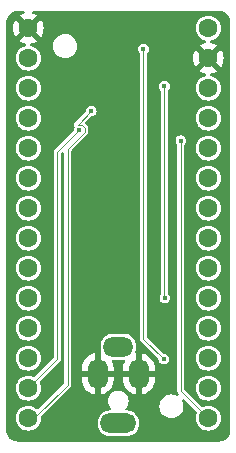
<source format=gbr>
%TF.GenerationSoftware,KiCad,Pcbnew,8.0.1-8.0.1-1~ubuntu22.04.1*%
%TF.CreationDate,2024-04-06T21:19:23+01:00*%
%TF.ProjectId,CONTROLLER_teensy4,434f4e54-524f-44c4-9c45-525f7465656e,rev?*%
%TF.SameCoordinates,Original*%
%TF.FileFunction,Copper,L1,Top*%
%TF.FilePolarity,Positive*%
%FSLAX46Y46*%
G04 Gerber Fmt 4.6, Leading zero omitted, Abs format (unit mm)*
G04 Created by KiCad (PCBNEW 8.0.1-8.0.1-1~ubuntu22.04.1) date 2024-04-06 21:19:23*
%MOMM*%
%LPD*%
G01*
G04 APERTURE LIST*
G04 Aperture macros list*
%AMRoundRect*
0 Rectangle with rounded corners*
0 $1 Rounding radius*
0 $2 $3 $4 $5 $6 $7 $8 $9 X,Y pos of 4 corners*
0 Add a 4 corners polygon primitive as box body*
4,1,4,$2,$3,$4,$5,$6,$7,$8,$9,$2,$3,0*
0 Add four circle primitives for the rounded corners*
1,1,$1+$1,$2,$3*
1,1,$1+$1,$4,$5*
1,1,$1+$1,$6,$7*
1,1,$1+$1,$8,$9*
0 Add four rect primitives between the rounded corners*
20,1,$1+$1,$2,$3,$4,$5,0*
20,1,$1+$1,$4,$5,$6,$7,0*
20,1,$1+$1,$6,$7,$8,$9,0*
20,1,$1+$1,$8,$9,$2,$3,0*%
G04 Aperture macros list end*
%TA.AperFunction,ComponentPad*%
%ADD10RoundRect,0.800000X-0.050000X-0.450000X0.050000X-0.450000X0.050000X0.450000X-0.050000X0.450000X0*%
%TD*%
%TA.AperFunction,ComponentPad*%
%ADD11RoundRect,0.800000X-0.450000X0.050000X-0.450000X-0.050000X0.450000X-0.050000X0.450000X0.050000X0*%
%TD*%
%TA.AperFunction,ComponentPad*%
%ADD12RoundRect,0.800000X-0.700000X0.050000X-0.700000X-0.050000X0.700000X-0.050000X0.700000X0.050000X0*%
%TD*%
%TA.AperFunction,ComponentPad*%
%ADD13C,1.600000*%
%TD*%
%TA.AperFunction,ViaPad*%
%ADD14C,0.400000*%
%TD*%
%TA.AperFunction,Conductor*%
%ADD15C,0.100000*%
%TD*%
G04 APERTURE END LIST*
D10*
%TO.P,J5,1,T*%
%TO.N,GND*%
X101750000Y-96745000D03*
D11*
%TO.P,J5,2,R*%
%TO.N,/extRef*%
X100000000Y-94445000D03*
D10*
%TO.P,J5,3,T*%
%TO.N,GND*%
X98250000Y-96745000D03*
D12*
%TO.P,J5,6,S*%
%TO.N,/extRef*%
X100000000Y-100945000D03*
%TD*%
D13*
%TO.P,U1,1,GND*%
%TO.N,GND*%
X92380000Y-67490000D03*
%TO.P,U1,2,0_RX1_CRX2_CS1*%
%TO.N,unconnected-(U1-0_RX1_CRX2_CS1-Pad2)*%
X92380000Y-70030000D03*
%TO.P,U1,3,1_TX1_CTX2_MISO1*%
%TO.N,unconnected-(U1-1_TX1_CTX2_MISO1-Pad3)*%
X92380000Y-72570000D03*
%TO.P,U1,4,2_OUT2*%
%TO.N,/addr_bus_0*%
X92380000Y-75110000D03*
%TO.P,U1,5,3_LRCLK2*%
%TO.N,/addr_bus_1*%
X92380000Y-77650000D03*
%TO.P,U1,6,4_BCLK2*%
%TO.N,/addr_bus_2*%
X92380000Y-80190000D03*
%TO.P,U1,7,5_IN2*%
%TO.N,/addr_bus_3*%
X92380000Y-82730000D03*
%TO.P,U1,8,6_OUT1D*%
%TO.N,/addr_bus_4*%
X92380000Y-85270000D03*
%TO.P,U1,9,7_RX2_OUT1A*%
%TO.N,/IO2*%
X92380000Y-87810000D03*
%TO.P,U1,10,8_TX2_IN1*%
%TO.N,/IO1_out*%
X92380000Y-90350000D03*
%TO.P,U1,11,9_OUT1C*%
%TO.N,unconnected-(U1-9_OUT1C-Pad11)*%
X92380000Y-92890000D03*
%TO.P,U1,12,10_CS_MQSR*%
%TO.N,unconnected-(U1-10_CS_MQSR-Pad12)*%
X92380000Y-95430000D03*
%TO.P,U1,13,11_MOSI_CTX1*%
%TO.N,/PICO*%
X92380000Y-97970000D03*
%TO.P,U1,14,12_MISO_MQSL*%
%TO.N,/POCI*%
X92380000Y-100510000D03*
%TO.P,U1,20,13_SCK_CRX1_LED*%
%TO.N,/SCLK*%
X107620000Y-100510000D03*
%TO.P,U1,21,14_A0_TX3_SPDIF_OUT*%
%TO.N,unconnected-(U1-14_A0_TX3_SPDIF_OUT-Pad21)*%
X107620000Y-97970000D03*
%TO.P,U1,22,15_A1_RX3_SPDIF_IN*%
%TO.N,Net-(JP1-B)*%
X107620000Y-95430000D03*
%TO.P,U1,23,16_A2_RX4_SCL1*%
%TO.N,Net-(JP2-B)*%
X107620000Y-92890000D03*
%TO.P,U1,24,17_A3_TX4_SDA1*%
%TO.N,Net-(JP3-B)*%
X107620000Y-90350000D03*
%TO.P,U1,25,18_A4_SDA0*%
%TO.N,/i2C_SCL*%
X107620000Y-87810000D03*
%TO.P,U1,26,19_A5_SCL0*%
%TO.N,/I2C_SDA*%
X107620000Y-85270000D03*
%TO.P,U1,27,20_A6_TX5_LRCLK1*%
%TO.N,unconnected-(U1-20_A6_TX5_LRCLK1-Pad27)*%
X107620000Y-82730000D03*
%TO.P,U1,28,21_A7_RX5_BCLK1*%
%TO.N,unconnected-(U1-21_A7_RX5_BCLK1-Pad28)*%
X107620000Y-80190000D03*
%TO.P,U1,29,22_A8_CTX1*%
%TO.N,unconnected-(U1-22_A8_CTX1-Pad29)*%
X107620000Y-77650000D03*
%TO.P,U1,30,23_A9_CRX1_MCLK1*%
%TO.N,unconnected-(U1-23_A9_CRX1_MCLK1-Pad30)*%
X107620000Y-75110000D03*
%TO.P,U1,31,3V3*%
%TO.N,3V3_TEENSY*%
X107620000Y-72570000D03*
%TO.P,U1,32,GND*%
%TO.N,GND*%
X107620000Y-70030000D03*
%TO.P,U1,33,VIN*%
%TO.N,unconnected-(U1-VIN-Pad33)*%
X107620000Y-67490000D03*
%TD*%
D14*
%TO.N,GND*%
X100000000Y-68220000D03*
%TO.N,/AUX1*%
X102125000Y-69250000D03*
X103850001Y-95500000D03*
%TO.N,/AUX3*%
X103900000Y-72400000D03*
X103950001Y-90300000D03*
%TO.N,GND*%
X100000000Y-80300000D03*
%TO.N,/PICO*%
X96700000Y-76100000D03*
%TO.N,/SCLK*%
X105300000Y-77000000D03*
%TO.N,/POCI*%
X97700000Y-74500000D03*
%TD*%
D15*
%TO.N,/POCI*%
X97700000Y-74500000D02*
X96550000Y-75650000D01*
X96550000Y-75650000D02*
X96886397Y-75650000D01*
X96886397Y-75650000D02*
X97150000Y-75913603D01*
X97150000Y-75913603D02*
X97150000Y-76286397D01*
X97150000Y-76286397D02*
X95700000Y-77736397D01*
X95700000Y-77736397D02*
X95700000Y-97660000D01*
X95700000Y-97660000D02*
X92850000Y-100510000D01*
X92850000Y-100510000D02*
X92380000Y-100510000D01*
%TO.N,/PICO*%
X96700000Y-76100000D02*
X94830000Y-77970000D01*
X94830000Y-77970000D02*
X94830000Y-95520000D01*
X94830000Y-95520000D02*
X92380000Y-97970000D01*
%TO.N,/AUX3*%
X103900000Y-72400000D02*
X103900000Y-90249999D01*
X103900000Y-90249999D02*
X103950001Y-90300000D01*
%TO.N,/SCLK*%
X105300000Y-98190000D02*
X107620000Y-100510000D01*
X105300000Y-77000000D02*
X105300000Y-98190000D01*
%TO.N,/AUX1*%
X102125000Y-69250000D02*
X102125000Y-93774999D01*
X102125000Y-93774999D02*
X103850001Y-95500000D01*
%TD*%
%TA.AperFunction,Conductor*%
%TO.N,GND*%
G36*
X92003918Y-66030185D02*
G01*
X92049673Y-66082989D01*
X92059617Y-66152147D01*
X92030592Y-66215703D01*
X91971814Y-66253477D01*
X91968972Y-66254275D01*
X91933682Y-66263730D01*
X91933673Y-66263734D01*
X91727516Y-66359866D01*
X91727512Y-66359868D01*
X91654526Y-66410973D01*
X91654526Y-66410974D01*
X92209765Y-66966212D01*
X92167708Y-66977482D01*
X92042292Y-67049890D01*
X91939890Y-67152292D01*
X91867482Y-67277708D01*
X91856212Y-67319764D01*
X91300974Y-66764526D01*
X91300973Y-66764526D01*
X91249868Y-66837512D01*
X91249866Y-66837516D01*
X91153734Y-67043673D01*
X91153730Y-67043682D01*
X91094860Y-67263389D01*
X91094858Y-67263400D01*
X91075034Y-67489997D01*
X91075034Y-67490002D01*
X91094858Y-67716599D01*
X91094860Y-67716610D01*
X91153730Y-67936317D01*
X91153735Y-67936331D01*
X91249863Y-68142478D01*
X91300974Y-68215472D01*
X91856212Y-67660234D01*
X91867482Y-67702292D01*
X91939890Y-67827708D01*
X92042292Y-67930110D01*
X92167708Y-68002518D01*
X92209765Y-68013787D01*
X91654526Y-68569025D01*
X91727513Y-68620132D01*
X91727521Y-68620136D01*
X91933668Y-68716264D01*
X91933682Y-68716269D01*
X92129256Y-68768673D01*
X92188917Y-68805038D01*
X92219446Y-68867885D01*
X92211151Y-68937261D01*
X92166666Y-68991138D01*
X92133158Y-69007109D01*
X91976043Y-69054769D01*
X91865898Y-69113643D01*
X91793550Y-69152315D01*
X91793548Y-69152316D01*
X91793547Y-69152317D01*
X91633589Y-69283589D01*
X91502317Y-69443547D01*
X91404769Y-69626043D01*
X91344699Y-69824067D01*
X91324417Y-70030000D01*
X91344699Y-70235932D01*
X91350972Y-70256610D01*
X91404768Y-70433954D01*
X91502315Y-70616450D01*
X91502317Y-70616452D01*
X91633589Y-70776410D01*
X91730209Y-70855702D01*
X91793550Y-70907685D01*
X91976046Y-71005232D01*
X92174066Y-71065300D01*
X92174065Y-71065300D01*
X92192529Y-71067118D01*
X92380000Y-71085583D01*
X92585934Y-71065300D01*
X92783954Y-71005232D01*
X92966450Y-70907685D01*
X93126410Y-70776410D01*
X93257685Y-70616450D01*
X93355232Y-70433954D01*
X93415300Y-70235934D01*
X93435583Y-70030000D01*
X93415300Y-69824066D01*
X93355232Y-69626046D01*
X93257685Y-69443550D01*
X93143592Y-69304526D01*
X93126410Y-69283589D01*
X92966452Y-69152317D01*
X92966453Y-69152317D01*
X92966450Y-69152315D01*
X92783954Y-69054768D01*
X92626840Y-69007108D01*
X92615994Y-69000000D01*
X94484611Y-69000000D01*
X94504121Y-69198095D01*
X94561903Y-69388574D01*
X94655731Y-69564114D01*
X94655735Y-69564121D01*
X94782011Y-69717988D01*
X94935878Y-69844264D01*
X94935885Y-69844268D01*
X95111425Y-69938096D01*
X95111427Y-69938097D01*
X95301907Y-69995879D01*
X95500000Y-70015389D01*
X95698093Y-69995879D01*
X95888573Y-69938097D01*
X96064120Y-69844265D01*
X96217988Y-69717988D01*
X96344265Y-69564120D01*
X96438097Y-69388573D01*
X96480133Y-69250000D01*
X101669867Y-69250000D01*
X101688302Y-69378225D01*
X101718134Y-69443547D01*
X101742118Y-69496063D01*
X101794214Y-69556186D01*
X101823238Y-69619738D01*
X101824500Y-69637386D01*
X101824500Y-93814561D01*
X101838077Y-93865230D01*
X101844979Y-93890989D01*
X101854884Y-93908144D01*
X101864789Y-93925300D01*
X101864790Y-93925301D01*
X101884539Y-93959509D01*
X103360619Y-95435589D01*
X103394104Y-95496912D01*
X103395676Y-95505623D01*
X103413303Y-95628225D01*
X103448143Y-95704512D01*
X103467119Y-95746063D01*
X103551952Y-95843967D01*
X103660932Y-95914004D01*
X103689047Y-95922259D01*
X103785226Y-95950499D01*
X103785228Y-95950500D01*
X103785229Y-95950500D01*
X103914774Y-95950500D01*
X103914774Y-95950499D01*
X104039070Y-95914004D01*
X104148050Y-95843967D01*
X104232883Y-95746063D01*
X104286698Y-95628226D01*
X104305134Y-95500000D01*
X104286698Y-95371774D01*
X104232883Y-95253937D01*
X104148050Y-95156033D01*
X104039070Y-95085996D01*
X104039066Y-95085994D01*
X104039065Y-95085994D01*
X103914775Y-95049500D01*
X103914773Y-95049500D01*
X103875834Y-95049500D01*
X103808795Y-95029815D01*
X103788153Y-95013181D01*
X102461819Y-93686847D01*
X102428334Y-93625524D01*
X102425500Y-93599166D01*
X102425500Y-72400000D01*
X103444867Y-72400000D01*
X103463302Y-72528225D01*
X103517117Y-72646061D01*
X103517118Y-72646063D01*
X103569214Y-72706186D01*
X103598238Y-72769738D01*
X103599500Y-72787386D01*
X103599500Y-89970317D01*
X103579815Y-90037356D01*
X103569215Y-90051517D01*
X103567120Y-90053934D01*
X103567119Y-90053936D01*
X103513303Y-90171774D01*
X103494868Y-90300000D01*
X103513303Y-90428225D01*
X103567118Y-90546061D01*
X103567119Y-90546063D01*
X103651952Y-90643967D01*
X103760932Y-90714004D01*
X103885226Y-90750499D01*
X103885228Y-90750500D01*
X103885229Y-90750500D01*
X104014774Y-90750500D01*
X104014774Y-90750499D01*
X104139070Y-90714004D01*
X104248050Y-90643967D01*
X104332883Y-90546063D01*
X104386698Y-90428226D01*
X104405134Y-90300000D01*
X104386698Y-90171774D01*
X104332883Y-90053937D01*
X104248050Y-89956033D01*
X104248049Y-89956032D01*
X104248048Y-89956031D01*
X104243296Y-89951913D01*
X104205522Y-89893134D01*
X104200500Y-89858201D01*
X104200500Y-75110000D01*
X106564417Y-75110000D01*
X106584699Y-75315932D01*
X106584700Y-75315934D01*
X106644768Y-75513954D01*
X106742315Y-75696450D01*
X106769108Y-75729098D01*
X106873589Y-75856410D01*
X106970209Y-75935702D01*
X107033550Y-75987685D01*
X107216046Y-76085232D01*
X107414066Y-76145300D01*
X107414065Y-76145300D01*
X107432529Y-76147118D01*
X107620000Y-76165583D01*
X107825934Y-76145300D01*
X108023954Y-76085232D01*
X108206450Y-75987685D01*
X108366410Y-75856410D01*
X108497685Y-75696450D01*
X108595232Y-75513954D01*
X108655300Y-75315934D01*
X108675583Y-75110000D01*
X108655300Y-74904066D01*
X108595232Y-74706046D01*
X108497685Y-74523550D01*
X108445702Y-74460209D01*
X108366410Y-74363589D01*
X108232798Y-74253938D01*
X108206450Y-74232315D01*
X108023954Y-74134768D01*
X107825934Y-74074700D01*
X107825932Y-74074699D01*
X107825934Y-74074699D01*
X107620000Y-74054417D01*
X107414067Y-74074699D01*
X107216043Y-74134769D01*
X107176262Y-74156033D01*
X107033550Y-74232315D01*
X107033548Y-74232316D01*
X107033547Y-74232317D01*
X106873589Y-74363589D01*
X106742317Y-74523547D01*
X106644769Y-74706043D01*
X106584699Y-74904067D01*
X106564417Y-75110000D01*
X104200500Y-75110000D01*
X104200500Y-72787386D01*
X104220185Y-72720347D01*
X104230778Y-72706194D01*
X104282882Y-72646063D01*
X104336697Y-72528226D01*
X104355133Y-72400000D01*
X104336697Y-72271774D01*
X104282882Y-72153937D01*
X104198049Y-72056033D01*
X104089069Y-71985996D01*
X104089065Y-71985994D01*
X104089064Y-71985994D01*
X103964774Y-71949500D01*
X103964772Y-71949500D01*
X103835228Y-71949500D01*
X103835226Y-71949500D01*
X103710935Y-71985994D01*
X103710932Y-71985995D01*
X103710931Y-71985996D01*
X103659677Y-72018934D01*
X103601950Y-72056033D01*
X103517118Y-72153937D01*
X103517117Y-72153938D01*
X103463302Y-72271774D01*
X103444867Y-72400000D01*
X102425500Y-72400000D01*
X102425500Y-70030002D01*
X106315034Y-70030002D01*
X106334858Y-70256599D01*
X106334860Y-70256610D01*
X106393730Y-70476317D01*
X106393735Y-70476331D01*
X106489863Y-70682478D01*
X106540974Y-70755472D01*
X107096212Y-70200234D01*
X107107482Y-70242292D01*
X107179890Y-70367708D01*
X107282292Y-70470110D01*
X107407708Y-70542518D01*
X107449765Y-70553787D01*
X106894526Y-71109025D01*
X106967513Y-71160132D01*
X106967521Y-71160136D01*
X107173668Y-71256264D01*
X107173682Y-71256269D01*
X107369256Y-71308673D01*
X107428917Y-71345038D01*
X107459446Y-71407885D01*
X107451151Y-71477261D01*
X107406666Y-71531138D01*
X107373158Y-71547109D01*
X107216043Y-71594769D01*
X107105898Y-71653643D01*
X107033550Y-71692315D01*
X107033548Y-71692316D01*
X107033547Y-71692317D01*
X106873589Y-71823589D01*
X106742317Y-71983547D01*
X106644769Y-72166043D01*
X106584699Y-72364067D01*
X106564417Y-72570000D01*
X106584699Y-72775932D01*
X106584700Y-72775934D01*
X106644768Y-72973954D01*
X106742315Y-73156450D01*
X106742317Y-73156452D01*
X106873589Y-73316410D01*
X106970209Y-73395702D01*
X107033550Y-73447685D01*
X107216046Y-73545232D01*
X107414066Y-73605300D01*
X107414065Y-73605300D01*
X107432529Y-73607118D01*
X107620000Y-73625583D01*
X107825934Y-73605300D01*
X108023954Y-73545232D01*
X108206450Y-73447685D01*
X108366410Y-73316410D01*
X108497685Y-73156450D01*
X108595232Y-72973954D01*
X108655300Y-72775934D01*
X108675583Y-72570000D01*
X108655300Y-72364066D01*
X108595232Y-72166046D01*
X108497685Y-71983550D01*
X108445702Y-71920209D01*
X108366410Y-71823589D01*
X108206452Y-71692317D01*
X108206453Y-71692317D01*
X108206450Y-71692315D01*
X108023954Y-71594768D01*
X107866840Y-71547108D01*
X107808402Y-71508811D01*
X107779946Y-71444999D01*
X107790506Y-71375932D01*
X107836730Y-71323538D01*
X107870743Y-71308673D01*
X108066317Y-71256269D01*
X108066331Y-71256264D01*
X108272478Y-71160136D01*
X108345471Y-71109024D01*
X107790234Y-70553787D01*
X107832292Y-70542518D01*
X107957708Y-70470110D01*
X108060110Y-70367708D01*
X108132518Y-70242292D01*
X108143787Y-70200234D01*
X108699024Y-70755471D01*
X108750136Y-70682478D01*
X108846264Y-70476331D01*
X108846269Y-70476317D01*
X108905139Y-70256610D01*
X108905141Y-70256599D01*
X108924966Y-70030002D01*
X108924966Y-70029997D01*
X108905141Y-69803400D01*
X108905139Y-69803389D01*
X108846269Y-69583682D01*
X108846264Y-69583668D01*
X108750136Y-69377521D01*
X108750132Y-69377513D01*
X108699025Y-69304526D01*
X108143787Y-69859764D01*
X108132518Y-69817708D01*
X108060110Y-69692292D01*
X107957708Y-69589890D01*
X107832292Y-69517482D01*
X107790234Y-69506212D01*
X108345472Y-68950974D01*
X108272478Y-68899863D01*
X108066331Y-68803735D01*
X108066319Y-68803731D01*
X107870742Y-68751326D01*
X107811082Y-68714961D01*
X107780553Y-68652114D01*
X107788848Y-68582738D01*
X107833333Y-68528860D01*
X107866837Y-68512892D01*
X108023954Y-68465232D01*
X108206450Y-68367685D01*
X108366410Y-68236410D01*
X108497685Y-68076450D01*
X108595232Y-67893954D01*
X108655300Y-67695934D01*
X108675583Y-67490000D01*
X108655300Y-67284066D01*
X108595232Y-67086046D01*
X108497685Y-66903550D01*
X108383592Y-66764526D01*
X108366410Y-66743589D01*
X108206452Y-66612317D01*
X108206453Y-66612317D01*
X108206450Y-66612315D01*
X108023954Y-66514768D01*
X107825934Y-66454700D01*
X107825932Y-66454699D01*
X107825934Y-66454699D01*
X107620000Y-66434417D01*
X107414067Y-66454699D01*
X107216043Y-66514769D01*
X107110259Y-66571313D01*
X107033550Y-66612315D01*
X107033548Y-66612316D01*
X107033547Y-66612317D01*
X106873589Y-66743589D01*
X106742317Y-66903547D01*
X106644769Y-67086043D01*
X106584699Y-67284067D01*
X106564417Y-67490000D01*
X106584699Y-67695932D01*
X106590972Y-67716610D01*
X106644768Y-67893954D01*
X106742315Y-68076450D01*
X106742317Y-68076452D01*
X106873589Y-68236410D01*
X106970209Y-68315702D01*
X107033550Y-68367685D01*
X107216046Y-68465232D01*
X107373160Y-68512891D01*
X107431597Y-68551187D01*
X107460053Y-68614999D01*
X107449493Y-68684067D01*
X107403269Y-68736460D01*
X107369257Y-68751326D01*
X107173680Y-68803731D01*
X107173673Y-68803734D01*
X106967516Y-68899866D01*
X106967512Y-68899868D01*
X106894526Y-68950973D01*
X106894526Y-68950974D01*
X107449765Y-69506212D01*
X107407708Y-69517482D01*
X107282292Y-69589890D01*
X107179890Y-69692292D01*
X107107482Y-69817708D01*
X107096212Y-69859764D01*
X106540974Y-69304526D01*
X106540973Y-69304526D01*
X106489868Y-69377512D01*
X106489866Y-69377516D01*
X106393734Y-69583673D01*
X106393730Y-69583682D01*
X106334860Y-69803389D01*
X106334858Y-69803400D01*
X106315034Y-70029997D01*
X106315034Y-70030002D01*
X102425500Y-70030002D01*
X102425500Y-69637386D01*
X102445185Y-69570347D01*
X102455778Y-69556194D01*
X102507882Y-69496063D01*
X102561697Y-69378226D01*
X102580133Y-69250000D01*
X102561697Y-69121774D01*
X102507882Y-69003937D01*
X102423049Y-68906033D01*
X102314069Y-68835996D01*
X102314065Y-68835994D01*
X102314064Y-68835994D01*
X102189774Y-68799500D01*
X102189772Y-68799500D01*
X102060228Y-68799500D01*
X102060226Y-68799500D01*
X101935935Y-68835994D01*
X101935932Y-68835995D01*
X101935931Y-68835996D01*
X101886311Y-68867885D01*
X101826950Y-68906033D01*
X101742118Y-69003937D01*
X101742117Y-69003938D01*
X101688302Y-69121774D01*
X101669867Y-69250000D01*
X96480133Y-69250000D01*
X96495879Y-69198093D01*
X96515389Y-69000000D01*
X96495879Y-68801907D01*
X96438097Y-68611427D01*
X96359954Y-68465232D01*
X96344268Y-68435885D01*
X96344264Y-68435878D01*
X96217988Y-68282011D01*
X96064121Y-68155735D01*
X96064114Y-68155731D01*
X95888574Y-68061903D01*
X95698095Y-68004121D01*
X95500000Y-67984611D01*
X95301904Y-68004121D01*
X95111425Y-68061903D01*
X94935885Y-68155731D01*
X94935878Y-68155735D01*
X94782011Y-68282011D01*
X94655735Y-68435878D01*
X94655731Y-68435885D01*
X94561903Y-68611425D01*
X94504121Y-68801904D01*
X94484611Y-69000000D01*
X92615994Y-69000000D01*
X92568402Y-68968811D01*
X92539946Y-68904999D01*
X92550506Y-68835932D01*
X92596730Y-68783538D01*
X92630743Y-68768673D01*
X92826317Y-68716269D01*
X92826331Y-68716264D01*
X93032478Y-68620136D01*
X93105471Y-68569024D01*
X92550234Y-68013787D01*
X92592292Y-68002518D01*
X92717708Y-67930110D01*
X92820110Y-67827708D01*
X92892518Y-67702292D01*
X92903787Y-67660234D01*
X93459024Y-68215471D01*
X93510136Y-68142478D01*
X93606264Y-67936331D01*
X93606269Y-67936317D01*
X93665139Y-67716610D01*
X93665141Y-67716599D01*
X93684966Y-67490002D01*
X93684966Y-67489997D01*
X93665141Y-67263400D01*
X93665139Y-67263389D01*
X93606269Y-67043682D01*
X93606264Y-67043668D01*
X93510136Y-66837521D01*
X93510132Y-66837513D01*
X93459025Y-66764526D01*
X92903787Y-67319764D01*
X92892518Y-67277708D01*
X92820110Y-67152292D01*
X92717708Y-67049890D01*
X92592292Y-66977482D01*
X92550234Y-66966212D01*
X93105472Y-66410974D01*
X93032478Y-66359863D01*
X92826331Y-66263735D01*
X92826317Y-66263730D01*
X92791028Y-66254275D01*
X92731367Y-66217910D01*
X92700838Y-66155063D01*
X92709133Y-66085688D01*
X92753618Y-66031810D01*
X92820170Y-66010535D01*
X92823121Y-66010500D01*
X108494588Y-66010500D01*
X108505394Y-66010971D01*
X108661019Y-66024587D01*
X108682297Y-66028338D01*
X108827951Y-66067366D01*
X108848261Y-66074759D01*
X108984915Y-66138482D01*
X109003633Y-66149289D01*
X109127154Y-66235779D01*
X109143712Y-66249673D01*
X109250326Y-66356287D01*
X109264220Y-66372845D01*
X109350710Y-66496366D01*
X109361517Y-66515084D01*
X109425240Y-66651738D01*
X109432633Y-66672049D01*
X109471659Y-66817696D01*
X109475412Y-66838982D01*
X109489028Y-66994604D01*
X109489500Y-67005412D01*
X109489500Y-101494587D01*
X109489028Y-101505395D01*
X109475412Y-101661017D01*
X109471659Y-101682303D01*
X109432633Y-101827950D01*
X109425240Y-101848261D01*
X109361517Y-101984915D01*
X109350710Y-102003633D01*
X109264220Y-102127154D01*
X109250326Y-102143712D01*
X109143712Y-102250326D01*
X109127154Y-102264220D01*
X109003633Y-102350710D01*
X108984915Y-102361517D01*
X108848261Y-102425240D01*
X108827950Y-102432633D01*
X108682303Y-102471659D01*
X108661017Y-102475412D01*
X108527247Y-102487116D01*
X108505393Y-102489028D01*
X108494588Y-102489500D01*
X91505412Y-102489500D01*
X91494606Y-102489028D01*
X91469584Y-102486838D01*
X91338982Y-102475412D01*
X91317696Y-102471659D01*
X91172049Y-102432633D01*
X91151738Y-102425240D01*
X91015084Y-102361517D01*
X90996366Y-102350710D01*
X90872845Y-102264220D01*
X90856287Y-102250326D01*
X90749673Y-102143712D01*
X90735779Y-102127154D01*
X90649289Y-102003633D01*
X90638482Y-101984915D01*
X90574759Y-101848261D01*
X90567366Y-101827950D01*
X90528338Y-101682297D01*
X90524587Y-101661016D01*
X90510972Y-101505394D01*
X90510500Y-101494587D01*
X90510500Y-100510000D01*
X91324417Y-100510000D01*
X91344699Y-100715932D01*
X91344700Y-100715934D01*
X91404768Y-100913954D01*
X91502315Y-101096450D01*
X91502317Y-101096452D01*
X91633589Y-101256410D01*
X91730209Y-101335702D01*
X91793550Y-101387685D01*
X91976046Y-101485232D01*
X92174066Y-101545300D01*
X92174065Y-101545300D01*
X92192529Y-101547118D01*
X92380000Y-101565583D01*
X92585934Y-101545300D01*
X92783954Y-101485232D01*
X92966450Y-101387685D01*
X93126410Y-101256410D01*
X93257685Y-101096450D01*
X93284328Y-101046604D01*
X98249500Y-101046604D01*
X98264699Y-101200932D01*
X98264700Y-101200934D01*
X98324768Y-101398954D01*
X98422315Y-101581450D01*
X98456969Y-101623677D01*
X98553589Y-101741410D01*
X98579332Y-101762536D01*
X98713550Y-101872685D01*
X98896046Y-101970232D01*
X99094066Y-102030300D01*
X99094065Y-102030300D01*
X99132647Y-102034100D01*
X99248392Y-102045500D01*
X99248395Y-102045500D01*
X100751605Y-102045500D01*
X100751608Y-102045500D01*
X100905934Y-102030300D01*
X101103954Y-101970232D01*
X101286450Y-101872685D01*
X101446410Y-101741410D01*
X101577685Y-101581450D01*
X101675232Y-101398954D01*
X101735300Y-101200934D01*
X101750500Y-101046608D01*
X101750500Y-100843392D01*
X101735300Y-100689066D01*
X101675232Y-100491046D01*
X101577685Y-100308550D01*
X101488340Y-100199682D01*
X101446410Y-100148589D01*
X101286452Y-100017317D01*
X101286453Y-100017317D01*
X101286450Y-100017315D01*
X101103954Y-99919768D01*
X100905934Y-99859700D01*
X100905932Y-99859699D01*
X100905934Y-99859699D01*
X100786805Y-99847966D01*
X100751608Y-99844500D01*
X100751605Y-99844500D01*
X100716553Y-99844500D01*
X100649514Y-99824815D01*
X100603759Y-99772011D01*
X100593815Y-99702853D01*
X100622840Y-99639297D01*
X100624403Y-99637528D01*
X100699990Y-99553580D01*
X100699995Y-99553573D01*
X100710851Y-99534770D01*
X100730926Y-99500000D01*
X103484611Y-99500000D01*
X103504121Y-99698095D01*
X103561903Y-99888574D01*
X103655731Y-100064114D01*
X103655735Y-100064121D01*
X103782011Y-100217988D01*
X103935878Y-100344264D01*
X103935885Y-100344268D01*
X104081598Y-100422153D01*
X104111427Y-100438097D01*
X104301907Y-100495879D01*
X104500000Y-100515389D01*
X104698093Y-100495879D01*
X104888573Y-100438097D01*
X105064120Y-100344265D01*
X105217988Y-100217988D01*
X105344265Y-100064120D01*
X105438097Y-99888573D01*
X105495879Y-99698093D01*
X105515389Y-99500000D01*
X105495879Y-99301907D01*
X105438097Y-99111427D01*
X105420659Y-99078804D01*
X105406418Y-99010402D01*
X105431418Y-98945158D01*
X105487722Y-98903787D01*
X105557456Y-98899425D01*
X105617699Y-98932670D01*
X106630701Y-99945672D01*
X106664186Y-100006995D01*
X106659202Y-100076687D01*
X106652381Y-100091800D01*
X106644770Y-100106039D01*
X106584699Y-100304067D01*
X106564417Y-100510000D01*
X106584699Y-100715932D01*
X106584700Y-100715934D01*
X106644768Y-100913954D01*
X106742315Y-101096450D01*
X106742317Y-101096452D01*
X106873589Y-101256410D01*
X106970209Y-101335702D01*
X107033550Y-101387685D01*
X107216046Y-101485232D01*
X107414066Y-101545300D01*
X107414065Y-101545300D01*
X107432529Y-101547118D01*
X107620000Y-101565583D01*
X107825934Y-101545300D01*
X108023954Y-101485232D01*
X108206450Y-101387685D01*
X108366410Y-101256410D01*
X108497685Y-101096450D01*
X108595232Y-100913954D01*
X108655300Y-100715934D01*
X108675583Y-100510000D01*
X108655300Y-100304066D01*
X108595232Y-100106046D01*
X108497685Y-99923550D01*
X108415593Y-99823520D01*
X108366410Y-99763589D01*
X108248677Y-99666969D01*
X108206450Y-99632315D01*
X108023954Y-99534768D01*
X107825934Y-99474700D01*
X107825932Y-99474699D01*
X107825934Y-99474699D01*
X107620000Y-99454417D01*
X107414067Y-99474699D01*
X107216039Y-99534770D01*
X107201800Y-99542381D01*
X107133397Y-99556620D01*
X107068154Y-99531616D01*
X107055672Y-99520701D01*
X105636819Y-98101848D01*
X105603334Y-98040525D01*
X105600500Y-98014167D01*
X105600500Y-97970000D01*
X106564417Y-97970000D01*
X106584699Y-98175932D01*
X106600967Y-98229560D01*
X106644768Y-98373954D01*
X106742315Y-98556450D01*
X106766419Y-98585821D01*
X106873589Y-98716410D01*
X106953527Y-98782012D01*
X107033550Y-98847685D01*
X107216046Y-98945232D01*
X107414066Y-99005300D01*
X107414065Y-99005300D01*
X107432529Y-99007118D01*
X107620000Y-99025583D01*
X107825934Y-99005300D01*
X108023954Y-98945232D01*
X108206450Y-98847685D01*
X108366410Y-98716410D01*
X108497685Y-98556450D01*
X108595232Y-98373954D01*
X108655300Y-98175934D01*
X108675583Y-97970000D01*
X108655300Y-97764066D01*
X108595232Y-97566046D01*
X108497685Y-97383550D01*
X108445702Y-97320209D01*
X108366410Y-97223589D01*
X108206452Y-97092317D01*
X108206453Y-97092317D01*
X108206450Y-97092315D01*
X108023954Y-96994768D01*
X107825934Y-96934700D01*
X107825932Y-96934699D01*
X107825934Y-96934699D01*
X107620000Y-96914417D01*
X107414067Y-96934699D01*
X107216043Y-96994769D01*
X107105898Y-97053643D01*
X107033550Y-97092315D01*
X107033548Y-97092316D01*
X107033547Y-97092317D01*
X106873589Y-97223589D01*
X106742317Y-97383547D01*
X106742315Y-97383550D01*
X106711818Y-97440606D01*
X106644769Y-97566043D01*
X106584699Y-97764067D01*
X106564417Y-97970000D01*
X105600500Y-97970000D01*
X105600500Y-95430000D01*
X106564417Y-95430000D01*
X106584699Y-95635932D01*
X106584717Y-95635990D01*
X106644768Y-95833954D01*
X106742315Y-96016450D01*
X106742317Y-96016452D01*
X106873589Y-96176410D01*
X106948922Y-96238233D01*
X107033550Y-96307685D01*
X107216046Y-96405232D01*
X107414066Y-96465300D01*
X107414065Y-96465300D01*
X107432529Y-96467118D01*
X107620000Y-96485583D01*
X107825934Y-96465300D01*
X108023954Y-96405232D01*
X108206450Y-96307685D01*
X108366410Y-96176410D01*
X108497685Y-96016450D01*
X108595232Y-95833954D01*
X108655300Y-95635934D01*
X108675583Y-95430000D01*
X108655300Y-95224066D01*
X108595232Y-95026046D01*
X108497685Y-94843550D01*
X108445702Y-94780209D01*
X108366410Y-94683589D01*
X108206452Y-94552317D01*
X108206453Y-94552317D01*
X108206450Y-94552315D01*
X108023954Y-94454768D01*
X107825934Y-94394700D01*
X107825932Y-94394699D01*
X107825934Y-94394699D01*
X107620000Y-94374417D01*
X107414067Y-94394699D01*
X107216043Y-94454769D01*
X107105898Y-94513643D01*
X107033550Y-94552315D01*
X107033548Y-94552316D01*
X107033547Y-94552317D01*
X106873589Y-94683589D01*
X106742317Y-94843547D01*
X106644769Y-95026043D01*
X106584699Y-95224067D01*
X106564417Y-95430000D01*
X105600500Y-95430000D01*
X105600500Y-92890000D01*
X106564417Y-92890000D01*
X106584699Y-93095932D01*
X106584700Y-93095934D01*
X106644768Y-93293954D01*
X106742315Y-93476450D01*
X106742317Y-93476452D01*
X106873589Y-93636410D01*
X106935048Y-93686847D01*
X107033550Y-93767685D01*
X107216046Y-93865232D01*
X107414066Y-93925300D01*
X107414065Y-93925300D01*
X107432529Y-93927118D01*
X107620000Y-93945583D01*
X107825934Y-93925300D01*
X108023954Y-93865232D01*
X108206450Y-93767685D01*
X108366410Y-93636410D01*
X108497685Y-93476450D01*
X108595232Y-93293954D01*
X108655300Y-93095934D01*
X108675583Y-92890000D01*
X108655300Y-92684066D01*
X108595232Y-92486046D01*
X108497685Y-92303550D01*
X108445702Y-92240209D01*
X108366410Y-92143589D01*
X108206452Y-92012317D01*
X108206453Y-92012317D01*
X108206450Y-92012315D01*
X108023954Y-91914768D01*
X107825934Y-91854700D01*
X107825932Y-91854699D01*
X107825934Y-91854699D01*
X107620000Y-91834417D01*
X107414067Y-91854699D01*
X107216043Y-91914769D01*
X107105898Y-91973643D01*
X107033550Y-92012315D01*
X107033548Y-92012316D01*
X107033547Y-92012317D01*
X106873589Y-92143589D01*
X106742317Y-92303547D01*
X106644769Y-92486043D01*
X106584699Y-92684067D01*
X106564417Y-92890000D01*
X105600500Y-92890000D01*
X105600500Y-90350000D01*
X106564417Y-90350000D01*
X106584699Y-90555932D01*
X106584700Y-90555934D01*
X106644768Y-90753954D01*
X106742315Y-90936450D01*
X106742317Y-90936452D01*
X106873589Y-91096410D01*
X106970209Y-91175702D01*
X107033550Y-91227685D01*
X107216046Y-91325232D01*
X107414066Y-91385300D01*
X107414065Y-91385300D01*
X107432529Y-91387118D01*
X107620000Y-91405583D01*
X107825934Y-91385300D01*
X108023954Y-91325232D01*
X108206450Y-91227685D01*
X108366410Y-91096410D01*
X108497685Y-90936450D01*
X108595232Y-90753954D01*
X108655300Y-90555934D01*
X108675583Y-90350000D01*
X108655300Y-90144066D01*
X108595232Y-89946046D01*
X108497685Y-89763550D01*
X108445702Y-89700209D01*
X108366410Y-89603589D01*
X108206452Y-89472317D01*
X108206453Y-89472317D01*
X108206450Y-89472315D01*
X108023954Y-89374768D01*
X107825934Y-89314700D01*
X107825932Y-89314699D01*
X107825934Y-89314699D01*
X107620000Y-89294417D01*
X107414067Y-89314699D01*
X107216043Y-89374769D01*
X107105898Y-89433643D01*
X107033550Y-89472315D01*
X107033548Y-89472316D01*
X107033547Y-89472317D01*
X106873589Y-89603589D01*
X106742317Y-89763547D01*
X106644769Y-89946043D01*
X106584699Y-90144067D01*
X106564417Y-90350000D01*
X105600500Y-90350000D01*
X105600500Y-87810000D01*
X106564417Y-87810000D01*
X106584699Y-88015932D01*
X106584700Y-88015934D01*
X106644768Y-88213954D01*
X106742315Y-88396450D01*
X106742317Y-88396452D01*
X106873589Y-88556410D01*
X106970209Y-88635702D01*
X107033550Y-88687685D01*
X107216046Y-88785232D01*
X107414066Y-88845300D01*
X107414065Y-88845300D01*
X107432529Y-88847118D01*
X107620000Y-88865583D01*
X107825934Y-88845300D01*
X108023954Y-88785232D01*
X108206450Y-88687685D01*
X108366410Y-88556410D01*
X108497685Y-88396450D01*
X108595232Y-88213954D01*
X108655300Y-88015934D01*
X108675583Y-87810000D01*
X108655300Y-87604066D01*
X108595232Y-87406046D01*
X108497685Y-87223550D01*
X108445702Y-87160209D01*
X108366410Y-87063589D01*
X108206452Y-86932317D01*
X108206453Y-86932317D01*
X108206450Y-86932315D01*
X108023954Y-86834768D01*
X107825934Y-86774700D01*
X107825932Y-86774699D01*
X107825934Y-86774699D01*
X107620000Y-86754417D01*
X107414067Y-86774699D01*
X107216043Y-86834769D01*
X107105898Y-86893643D01*
X107033550Y-86932315D01*
X107033548Y-86932316D01*
X107033547Y-86932317D01*
X106873589Y-87063589D01*
X106742317Y-87223547D01*
X106644769Y-87406043D01*
X106584699Y-87604067D01*
X106564417Y-87810000D01*
X105600500Y-87810000D01*
X105600500Y-85270000D01*
X106564417Y-85270000D01*
X106584699Y-85475932D01*
X106584700Y-85475934D01*
X106644768Y-85673954D01*
X106742315Y-85856450D01*
X106742317Y-85856452D01*
X106873589Y-86016410D01*
X106970209Y-86095702D01*
X107033550Y-86147685D01*
X107216046Y-86245232D01*
X107414066Y-86305300D01*
X107414065Y-86305300D01*
X107432529Y-86307118D01*
X107620000Y-86325583D01*
X107825934Y-86305300D01*
X108023954Y-86245232D01*
X108206450Y-86147685D01*
X108366410Y-86016410D01*
X108497685Y-85856450D01*
X108595232Y-85673954D01*
X108655300Y-85475934D01*
X108675583Y-85270000D01*
X108655300Y-85064066D01*
X108595232Y-84866046D01*
X108497685Y-84683550D01*
X108445702Y-84620209D01*
X108366410Y-84523589D01*
X108206452Y-84392317D01*
X108206453Y-84392317D01*
X108206450Y-84392315D01*
X108023954Y-84294768D01*
X107825934Y-84234700D01*
X107825932Y-84234699D01*
X107825934Y-84234699D01*
X107620000Y-84214417D01*
X107414067Y-84234699D01*
X107216043Y-84294769D01*
X107105898Y-84353643D01*
X107033550Y-84392315D01*
X107033548Y-84392316D01*
X107033547Y-84392317D01*
X106873589Y-84523589D01*
X106742317Y-84683547D01*
X106644769Y-84866043D01*
X106584699Y-85064067D01*
X106564417Y-85270000D01*
X105600500Y-85270000D01*
X105600500Y-82730000D01*
X106564417Y-82730000D01*
X106584699Y-82935932D01*
X106584700Y-82935934D01*
X106644768Y-83133954D01*
X106742315Y-83316450D01*
X106742317Y-83316452D01*
X106873589Y-83476410D01*
X106970209Y-83555702D01*
X107033550Y-83607685D01*
X107216046Y-83705232D01*
X107414066Y-83765300D01*
X107414065Y-83765300D01*
X107432529Y-83767118D01*
X107620000Y-83785583D01*
X107825934Y-83765300D01*
X108023954Y-83705232D01*
X108206450Y-83607685D01*
X108366410Y-83476410D01*
X108497685Y-83316450D01*
X108595232Y-83133954D01*
X108655300Y-82935934D01*
X108675583Y-82730000D01*
X108655300Y-82524066D01*
X108595232Y-82326046D01*
X108497685Y-82143550D01*
X108445702Y-82080209D01*
X108366410Y-81983589D01*
X108206452Y-81852317D01*
X108206453Y-81852317D01*
X108206450Y-81852315D01*
X108023954Y-81754768D01*
X107825934Y-81694700D01*
X107825932Y-81694699D01*
X107825934Y-81694699D01*
X107620000Y-81674417D01*
X107414067Y-81694699D01*
X107216043Y-81754769D01*
X107105898Y-81813643D01*
X107033550Y-81852315D01*
X107033548Y-81852316D01*
X107033547Y-81852317D01*
X106873589Y-81983589D01*
X106742317Y-82143547D01*
X106644769Y-82326043D01*
X106584699Y-82524067D01*
X106564417Y-82730000D01*
X105600500Y-82730000D01*
X105600500Y-80190000D01*
X106564417Y-80190000D01*
X106584699Y-80395932D01*
X106584700Y-80395934D01*
X106644768Y-80593954D01*
X106742315Y-80776450D01*
X106742317Y-80776452D01*
X106873589Y-80936410D01*
X106970209Y-81015702D01*
X107033550Y-81067685D01*
X107216046Y-81165232D01*
X107414066Y-81225300D01*
X107414065Y-81225300D01*
X107432529Y-81227118D01*
X107620000Y-81245583D01*
X107825934Y-81225300D01*
X108023954Y-81165232D01*
X108206450Y-81067685D01*
X108366410Y-80936410D01*
X108497685Y-80776450D01*
X108595232Y-80593954D01*
X108655300Y-80395934D01*
X108675583Y-80190000D01*
X108655300Y-79984066D01*
X108595232Y-79786046D01*
X108497685Y-79603550D01*
X108445702Y-79540209D01*
X108366410Y-79443589D01*
X108206452Y-79312317D01*
X108206453Y-79312317D01*
X108206450Y-79312315D01*
X108023954Y-79214768D01*
X107825934Y-79154700D01*
X107825932Y-79154699D01*
X107825934Y-79154699D01*
X107620000Y-79134417D01*
X107414067Y-79154699D01*
X107216043Y-79214769D01*
X107105898Y-79273643D01*
X107033550Y-79312315D01*
X107033548Y-79312316D01*
X107033547Y-79312317D01*
X106873589Y-79443589D01*
X106742317Y-79603547D01*
X106644769Y-79786043D01*
X106584699Y-79984067D01*
X106564417Y-80190000D01*
X105600500Y-80190000D01*
X105600500Y-77650000D01*
X106564417Y-77650000D01*
X106584699Y-77855932D01*
X106614734Y-77954944D01*
X106644768Y-78053954D01*
X106742315Y-78236450D01*
X106742317Y-78236452D01*
X106873589Y-78396410D01*
X106970209Y-78475702D01*
X107033550Y-78527685D01*
X107216046Y-78625232D01*
X107414066Y-78685300D01*
X107414065Y-78685300D01*
X107432529Y-78687118D01*
X107620000Y-78705583D01*
X107825934Y-78685300D01*
X108023954Y-78625232D01*
X108206450Y-78527685D01*
X108366410Y-78396410D01*
X108497685Y-78236450D01*
X108595232Y-78053954D01*
X108655300Y-77855934D01*
X108675583Y-77650000D01*
X108655300Y-77444066D01*
X108595232Y-77246046D01*
X108497685Y-77063550D01*
X108445531Y-77000000D01*
X108366410Y-76903589D01*
X108206452Y-76772317D01*
X108206453Y-76772317D01*
X108206450Y-76772315D01*
X108023954Y-76674768D01*
X107825934Y-76614700D01*
X107825932Y-76614699D01*
X107825934Y-76614699D01*
X107620000Y-76594417D01*
X107414067Y-76614699D01*
X107216043Y-76674769D01*
X107105898Y-76733643D01*
X107033550Y-76772315D01*
X107033548Y-76772316D01*
X107033547Y-76772317D01*
X106873589Y-76903589D01*
X106742317Y-77063547D01*
X106644769Y-77246043D01*
X106644768Y-77246045D01*
X106644768Y-77246046D01*
X106644763Y-77246062D01*
X106584699Y-77444067D01*
X106564417Y-77650000D01*
X105600500Y-77650000D01*
X105600500Y-77387386D01*
X105620185Y-77320347D01*
X105630778Y-77306194D01*
X105682882Y-77246063D01*
X105736697Y-77128226D01*
X105755133Y-77000000D01*
X105736697Y-76871774D01*
X105682882Y-76753937D01*
X105598049Y-76656033D01*
X105489069Y-76585996D01*
X105489065Y-76585994D01*
X105489064Y-76585994D01*
X105364774Y-76549500D01*
X105364772Y-76549500D01*
X105235228Y-76549500D01*
X105235226Y-76549500D01*
X105110935Y-76585994D01*
X105110932Y-76585995D01*
X105110931Y-76585996D01*
X105097828Y-76594417D01*
X105001950Y-76656033D01*
X104917118Y-76753937D01*
X104917117Y-76753938D01*
X104863302Y-76871774D01*
X104844867Y-77000000D01*
X104863302Y-77128225D01*
X104917109Y-77246043D01*
X104917118Y-77246063D01*
X104969214Y-77306186D01*
X104998238Y-77369738D01*
X104999500Y-77387386D01*
X104999500Y-98229562D01*
X105013152Y-98280513D01*
X105019979Y-98305990D01*
X105044913Y-98349175D01*
X105044914Y-98349179D01*
X105044915Y-98349179D01*
X105059539Y-98374510D01*
X105067329Y-98382300D01*
X105100814Y-98443623D01*
X105095830Y-98513315D01*
X105053958Y-98569248D01*
X104988494Y-98593665D01*
X104921195Y-98579339D01*
X104888574Y-98561903D01*
X104698095Y-98504121D01*
X104500000Y-98484611D01*
X104301904Y-98504121D01*
X104111425Y-98561903D01*
X103935885Y-98655731D01*
X103935878Y-98655735D01*
X103782011Y-98782011D01*
X103655735Y-98935878D01*
X103655731Y-98935885D01*
X103561903Y-99111425D01*
X103504121Y-99301904D01*
X103484611Y-99500000D01*
X100730926Y-99500000D01*
X100790436Y-99396925D01*
X100846332Y-99224894D01*
X100865240Y-99045000D01*
X100846332Y-98865106D01*
X100790436Y-98693075D01*
X100728513Y-98585821D01*
X100699995Y-98536426D01*
X100699990Y-98536419D01*
X100578959Y-98402001D01*
X100578957Y-98401999D01*
X100432621Y-98295680D01*
X100432620Y-98295679D01*
X100284116Y-98229562D01*
X100267374Y-98222108D01*
X100267372Y-98222107D01*
X100138200Y-98194651D01*
X100090442Y-98184500D01*
X99909558Y-98184500D01*
X99861799Y-98194651D01*
X99732628Y-98222107D01*
X99567379Y-98295679D01*
X99567378Y-98295680D01*
X99421042Y-98401999D01*
X99421040Y-98402001D01*
X99300009Y-98536419D01*
X99300004Y-98536426D01*
X99209564Y-98693074D01*
X99209561Y-98693080D01*
X99153669Y-98865101D01*
X99153668Y-98865103D01*
X99134760Y-99045000D01*
X99153668Y-99224896D01*
X99153669Y-99224898D01*
X99209561Y-99396919D01*
X99209564Y-99396925D01*
X99300004Y-99553573D01*
X99300009Y-99553580D01*
X99375597Y-99637528D01*
X99405827Y-99700519D01*
X99397202Y-99769854D01*
X99352461Y-99823520D01*
X99285808Y-99844478D01*
X99283447Y-99844500D01*
X99248392Y-99844500D01*
X99210298Y-99848251D01*
X99094067Y-99859699D01*
X98896043Y-99919769D01*
X98847583Y-99945672D01*
X98713550Y-100017315D01*
X98713548Y-100017316D01*
X98713547Y-100017317D01*
X98553589Y-100148589D01*
X98425994Y-100304067D01*
X98422315Y-100308550D01*
X98383643Y-100380898D01*
X98324769Y-100491043D01*
X98264699Y-100689067D01*
X98249500Y-100843395D01*
X98249500Y-101046604D01*
X93284328Y-101046604D01*
X93355232Y-100913954D01*
X93415300Y-100715934D01*
X93435583Y-100510000D01*
X93426930Y-100422150D01*
X93439948Y-100353507D01*
X93462649Y-100322320D01*
X95940460Y-97844511D01*
X95980022Y-97775988D01*
X96000500Y-97699562D01*
X96000500Y-97620438D01*
X96000500Y-96495000D01*
X96900000Y-96495000D01*
X97850000Y-96495000D01*
X97850000Y-96995000D01*
X96900001Y-96995000D01*
X96900001Y-97251765D01*
X96914859Y-97421603D01*
X96914859Y-97421607D01*
X96973730Y-97641317D01*
X96973734Y-97641326D01*
X97069865Y-97847482D01*
X97200342Y-98033820D01*
X97361179Y-98194657D01*
X97547517Y-98325134D01*
X97753673Y-98421265D01*
X97753682Y-98421269D01*
X97973396Y-98480141D01*
X97999999Y-98482467D01*
X98000000Y-98482467D01*
X98000000Y-97510686D01*
X98004394Y-97515080D01*
X98095606Y-97567741D01*
X98197339Y-97595000D01*
X98302661Y-97595000D01*
X98404394Y-97567741D01*
X98495606Y-97515080D01*
X98500000Y-97510686D01*
X98500000Y-98482467D01*
X98526603Y-98480141D01*
X98746317Y-98421269D01*
X98746326Y-98421265D01*
X98952482Y-98325134D01*
X99138820Y-98194657D01*
X99299657Y-98033820D01*
X99430134Y-97847482D01*
X99526265Y-97641326D01*
X99526269Y-97641317D01*
X99585139Y-97421610D01*
X99585141Y-97421599D01*
X99599999Y-97251766D01*
X99600000Y-97251764D01*
X99600000Y-96995000D01*
X98650000Y-96995000D01*
X98650000Y-96495000D01*
X99599999Y-96495000D01*
X99599999Y-96238238D01*
X99599998Y-96238234D01*
X99585140Y-96068396D01*
X99585140Y-96068392D01*
X99526269Y-95848682D01*
X99526265Y-95848673D01*
X99467153Y-95721905D01*
X99456661Y-95652827D01*
X99485181Y-95589043D01*
X99543657Y-95550804D01*
X99579535Y-95545500D01*
X100420465Y-95545500D01*
X100487504Y-95565185D01*
X100533259Y-95617989D01*
X100543203Y-95687147D01*
X100532847Y-95721905D01*
X100473734Y-95848673D01*
X100473730Y-95848682D01*
X100414860Y-96068389D01*
X100414858Y-96068400D01*
X100400000Y-96238233D01*
X100400000Y-96495000D01*
X101350000Y-96495000D01*
X101350000Y-96995000D01*
X100400001Y-96995000D01*
X100400001Y-97251765D01*
X100414859Y-97421603D01*
X100414859Y-97421607D01*
X100473730Y-97641317D01*
X100473734Y-97641326D01*
X100569865Y-97847482D01*
X100700342Y-98033820D01*
X100861179Y-98194657D01*
X101047517Y-98325134D01*
X101253673Y-98421265D01*
X101253682Y-98421269D01*
X101473396Y-98480141D01*
X101499999Y-98482467D01*
X101500000Y-98482467D01*
X101500000Y-97510686D01*
X101504394Y-97515080D01*
X101595606Y-97567741D01*
X101697339Y-97595000D01*
X101802661Y-97595000D01*
X101904394Y-97567741D01*
X101995606Y-97515080D01*
X102000000Y-97510686D01*
X102000000Y-98482467D01*
X102026603Y-98480141D01*
X102246317Y-98421269D01*
X102246326Y-98421265D01*
X102452482Y-98325134D01*
X102638820Y-98194657D01*
X102799657Y-98033820D01*
X102930134Y-97847482D01*
X103026265Y-97641326D01*
X103026269Y-97641317D01*
X103085139Y-97421610D01*
X103085141Y-97421599D01*
X103099999Y-97251766D01*
X103100000Y-97251764D01*
X103100000Y-96995000D01*
X102150000Y-96995000D01*
X102150000Y-96495000D01*
X103099999Y-96495000D01*
X103099999Y-96238238D01*
X103099998Y-96238234D01*
X103085140Y-96068396D01*
X103085140Y-96068392D01*
X103026269Y-95848682D01*
X103026265Y-95848673D01*
X102930134Y-95642517D01*
X102799657Y-95456179D01*
X102638820Y-95295342D01*
X102452482Y-95164865D01*
X102246326Y-95068734D01*
X102246320Y-95068731D01*
X102026608Y-95009859D01*
X102026601Y-95009858D01*
X102000000Y-95007531D01*
X102000000Y-95979314D01*
X101995606Y-95974920D01*
X101904394Y-95922259D01*
X101802661Y-95895000D01*
X101697339Y-95895000D01*
X101595606Y-95922259D01*
X101504394Y-95974920D01*
X101500000Y-95979314D01*
X101500000Y-95007530D01*
X101473266Y-94983034D01*
X101437137Y-94923231D01*
X101438378Y-94855616D01*
X101485300Y-94700934D01*
X101500500Y-94546608D01*
X101500500Y-94343392D01*
X101485300Y-94189066D01*
X101425232Y-93991046D01*
X101327685Y-93808550D01*
X101227807Y-93686847D01*
X101196410Y-93648589D01*
X101036452Y-93517317D01*
X101036453Y-93517317D01*
X101036450Y-93517315D01*
X100853954Y-93419768D01*
X100655934Y-93359700D01*
X100655932Y-93359699D01*
X100655934Y-93359699D01*
X100536805Y-93347966D01*
X100501608Y-93344500D01*
X99498392Y-93344500D01*
X99460298Y-93348251D01*
X99344067Y-93359699D01*
X99146043Y-93419769D01*
X99040002Y-93476450D01*
X98963550Y-93517315D01*
X98963548Y-93517316D01*
X98963547Y-93517317D01*
X98803589Y-93648589D01*
X98672317Y-93808547D01*
X98574769Y-93991043D01*
X98514699Y-94189067D01*
X98503251Y-94305298D01*
X98499500Y-94343392D01*
X98499500Y-94546608D01*
X98504502Y-94597398D01*
X98514699Y-94700932D01*
X98541982Y-94790872D01*
X98561621Y-94855615D01*
X98561622Y-94855616D01*
X98562245Y-94925483D01*
X98526734Y-94983034D01*
X98500000Y-95007531D01*
X98500000Y-95979314D01*
X98495606Y-95974920D01*
X98404394Y-95922259D01*
X98302661Y-95895000D01*
X98197339Y-95895000D01*
X98095606Y-95922259D01*
X98004394Y-95974920D01*
X98000000Y-95979314D01*
X98000000Y-95007531D01*
X97973398Y-95009858D01*
X97973391Y-95009859D01*
X97753679Y-95068731D01*
X97753673Y-95068734D01*
X97547517Y-95164865D01*
X97361179Y-95295342D01*
X97200342Y-95456179D01*
X97069865Y-95642517D01*
X96973734Y-95848673D01*
X96973730Y-95848682D01*
X96914860Y-96068389D01*
X96914858Y-96068400D01*
X96900000Y-96238233D01*
X96900000Y-96495000D01*
X96000500Y-96495000D01*
X96000500Y-77912230D01*
X96020185Y-77845191D01*
X96036819Y-77824549D01*
X96615325Y-77246043D01*
X97390460Y-76470908D01*
X97430022Y-76402385D01*
X97450500Y-76325959D01*
X97450500Y-76246835D01*
X97450500Y-75874041D01*
X97430021Y-75797614D01*
X97411763Y-75765990D01*
X97390464Y-75729098D01*
X97390458Y-75729090D01*
X97230850Y-75569482D01*
X97197365Y-75508159D01*
X97202349Y-75438467D01*
X97230850Y-75394120D01*
X97638152Y-74986819D01*
X97699475Y-74953334D01*
X97725833Y-74950500D01*
X97764773Y-74950500D01*
X97764773Y-74950499D01*
X97889069Y-74914004D01*
X97998049Y-74843967D01*
X98082882Y-74746063D01*
X98136697Y-74628226D01*
X98155133Y-74500000D01*
X98136697Y-74371774D01*
X98082882Y-74253937D01*
X97998049Y-74156033D01*
X97889069Y-74085996D01*
X97889065Y-74085994D01*
X97889064Y-74085994D01*
X97764774Y-74049500D01*
X97764772Y-74049500D01*
X97635228Y-74049500D01*
X97635226Y-74049500D01*
X97510935Y-74085994D01*
X97510932Y-74085995D01*
X97510931Y-74085996D01*
X97459677Y-74118934D01*
X97401950Y-74156033D01*
X97317118Y-74253937D01*
X97317117Y-74253938D01*
X97263302Y-74371774D01*
X97245675Y-74494376D01*
X97216650Y-74557931D01*
X97210618Y-74564409D01*
X96365489Y-75409540D01*
X96309541Y-75465487D01*
X96309535Y-75465495D01*
X96269982Y-75534004D01*
X96269979Y-75534009D01*
X96260474Y-75569482D01*
X96249500Y-75610438D01*
X96249500Y-75689562D01*
X96260092Y-75729090D01*
X96269979Y-75765990D01*
X96269981Y-75765993D01*
X96286761Y-75795058D01*
X96303232Y-75862958D01*
X96292168Y-75908566D01*
X96263303Y-75971773D01*
X96245675Y-76094376D01*
X96216650Y-76157931D01*
X96210618Y-76164409D01*
X94645489Y-77729540D01*
X94589541Y-77785487D01*
X94589535Y-77785495D01*
X94549982Y-77854004D01*
X94549979Y-77854009D01*
X94529500Y-77930439D01*
X94529500Y-95344166D01*
X94509815Y-95411205D01*
X94493181Y-95431847D01*
X92944326Y-96980701D01*
X92883003Y-97014186D01*
X92813311Y-97009202D01*
X92798193Y-97002379D01*
X92783956Y-96994769D01*
X92783955Y-96994768D01*
X92783954Y-96994768D01*
X92585934Y-96934700D01*
X92585932Y-96934699D01*
X92585934Y-96934699D01*
X92380000Y-96914417D01*
X92174067Y-96934699D01*
X91976043Y-96994769D01*
X91865898Y-97053643D01*
X91793550Y-97092315D01*
X91793548Y-97092316D01*
X91793547Y-97092317D01*
X91633589Y-97223589D01*
X91502317Y-97383547D01*
X91502315Y-97383550D01*
X91471818Y-97440606D01*
X91404769Y-97566043D01*
X91344699Y-97764067D01*
X91324417Y-97970000D01*
X91344699Y-98175932D01*
X91360967Y-98229560D01*
X91404768Y-98373954D01*
X91502315Y-98556450D01*
X91526419Y-98585821D01*
X91633589Y-98716410D01*
X91713527Y-98782012D01*
X91793550Y-98847685D01*
X91976046Y-98945232D01*
X92174066Y-99005300D01*
X92174065Y-99005300D01*
X92192529Y-99007118D01*
X92380000Y-99025583D01*
X92585934Y-99005300D01*
X92783954Y-98945232D01*
X92966450Y-98847685D01*
X93126410Y-98716410D01*
X93257685Y-98556450D01*
X93355232Y-98373954D01*
X93415300Y-98175934D01*
X93435583Y-97970000D01*
X93415300Y-97764066D01*
X93355232Y-97566046D01*
X93352264Y-97560493D01*
X93347620Y-97551804D01*
X93333379Y-97483401D01*
X93358380Y-97418157D01*
X93369290Y-97405679D01*
X95070460Y-95704511D01*
X95080485Y-95687147D01*
X95094139Y-95663498D01*
X95100299Y-95652827D01*
X95110021Y-95635989D01*
X95130500Y-95559562D01*
X95130500Y-78145833D01*
X95150185Y-78078794D01*
X95166819Y-78058152D01*
X95187819Y-78037152D01*
X95249142Y-78003667D01*
X95318834Y-78008651D01*
X95374767Y-78050523D01*
X95399184Y-78115987D01*
X95399500Y-78124833D01*
X95399500Y-97484166D01*
X95379815Y-97551205D01*
X95363181Y-97571847D01*
X93230610Y-99704417D01*
X93169287Y-99737902D01*
X93099595Y-99732918D01*
X93064266Y-99712590D01*
X92974958Y-99639297D01*
X92966453Y-99632317D01*
X92966451Y-99632316D01*
X92966450Y-99632315D01*
X92783954Y-99534768D01*
X92585934Y-99474700D01*
X92585932Y-99474699D01*
X92585934Y-99474699D01*
X92380000Y-99454417D01*
X92174067Y-99474699D01*
X91976043Y-99534769D01*
X91865898Y-99593643D01*
X91793550Y-99632315D01*
X91793548Y-99632316D01*
X91793547Y-99632317D01*
X91633589Y-99763589D01*
X91502317Y-99923547D01*
X91502315Y-99923550D01*
X91463643Y-99995898D01*
X91404769Y-100106043D01*
X91344699Y-100304067D01*
X91324417Y-100510000D01*
X90510500Y-100510000D01*
X90510500Y-95430000D01*
X91324417Y-95430000D01*
X91344699Y-95635932D01*
X91344717Y-95635990D01*
X91404768Y-95833954D01*
X91502315Y-96016450D01*
X91502317Y-96016452D01*
X91633589Y-96176410D01*
X91708922Y-96238233D01*
X91793550Y-96307685D01*
X91976046Y-96405232D01*
X92174066Y-96465300D01*
X92174065Y-96465300D01*
X92192529Y-96467118D01*
X92380000Y-96485583D01*
X92585934Y-96465300D01*
X92783954Y-96405232D01*
X92966450Y-96307685D01*
X93126410Y-96176410D01*
X93257685Y-96016450D01*
X93355232Y-95833954D01*
X93415300Y-95635934D01*
X93435583Y-95430000D01*
X93415300Y-95224066D01*
X93355232Y-95026046D01*
X93257685Y-94843550D01*
X93205702Y-94780209D01*
X93126410Y-94683589D01*
X92966452Y-94552317D01*
X92966453Y-94552317D01*
X92966450Y-94552315D01*
X92783954Y-94454768D01*
X92585934Y-94394700D01*
X92585932Y-94394699D01*
X92585934Y-94394699D01*
X92380000Y-94374417D01*
X92174067Y-94394699D01*
X91976043Y-94454769D01*
X91865898Y-94513643D01*
X91793550Y-94552315D01*
X91793548Y-94552316D01*
X91793547Y-94552317D01*
X91633589Y-94683589D01*
X91502317Y-94843547D01*
X91404769Y-95026043D01*
X91344699Y-95224067D01*
X91324417Y-95430000D01*
X90510500Y-95430000D01*
X90510500Y-92890000D01*
X91324417Y-92890000D01*
X91344699Y-93095932D01*
X91344700Y-93095934D01*
X91404768Y-93293954D01*
X91502315Y-93476450D01*
X91502317Y-93476452D01*
X91633589Y-93636410D01*
X91695048Y-93686847D01*
X91793550Y-93767685D01*
X91976046Y-93865232D01*
X92174066Y-93925300D01*
X92174065Y-93925300D01*
X92192529Y-93927118D01*
X92380000Y-93945583D01*
X92585934Y-93925300D01*
X92783954Y-93865232D01*
X92966450Y-93767685D01*
X93126410Y-93636410D01*
X93257685Y-93476450D01*
X93355232Y-93293954D01*
X93415300Y-93095934D01*
X93435583Y-92890000D01*
X93415300Y-92684066D01*
X93355232Y-92486046D01*
X93257685Y-92303550D01*
X93205702Y-92240209D01*
X93126410Y-92143589D01*
X92966452Y-92012317D01*
X92966453Y-92012317D01*
X92966450Y-92012315D01*
X92783954Y-91914768D01*
X92585934Y-91854700D01*
X92585932Y-91854699D01*
X92585934Y-91854699D01*
X92380000Y-91834417D01*
X92174067Y-91854699D01*
X91976043Y-91914769D01*
X91865898Y-91973643D01*
X91793550Y-92012315D01*
X91793548Y-92012316D01*
X91793547Y-92012317D01*
X91633589Y-92143589D01*
X91502317Y-92303547D01*
X91404769Y-92486043D01*
X91344699Y-92684067D01*
X91324417Y-92890000D01*
X90510500Y-92890000D01*
X90510500Y-90350000D01*
X91324417Y-90350000D01*
X91344699Y-90555932D01*
X91344700Y-90555934D01*
X91404768Y-90753954D01*
X91502315Y-90936450D01*
X91502317Y-90936452D01*
X91633589Y-91096410D01*
X91730209Y-91175702D01*
X91793550Y-91227685D01*
X91976046Y-91325232D01*
X92174066Y-91385300D01*
X92174065Y-91385300D01*
X92192529Y-91387118D01*
X92380000Y-91405583D01*
X92585934Y-91385300D01*
X92783954Y-91325232D01*
X92966450Y-91227685D01*
X93126410Y-91096410D01*
X93257685Y-90936450D01*
X93355232Y-90753954D01*
X93415300Y-90555934D01*
X93435583Y-90350000D01*
X93415300Y-90144066D01*
X93355232Y-89946046D01*
X93257685Y-89763550D01*
X93205702Y-89700209D01*
X93126410Y-89603589D01*
X92966452Y-89472317D01*
X92966453Y-89472317D01*
X92966450Y-89472315D01*
X92783954Y-89374768D01*
X92585934Y-89314700D01*
X92585932Y-89314699D01*
X92585934Y-89314699D01*
X92380000Y-89294417D01*
X92174067Y-89314699D01*
X91976043Y-89374769D01*
X91865898Y-89433643D01*
X91793550Y-89472315D01*
X91793548Y-89472316D01*
X91793547Y-89472317D01*
X91633589Y-89603589D01*
X91502317Y-89763547D01*
X91404769Y-89946043D01*
X91344699Y-90144067D01*
X91324417Y-90350000D01*
X90510500Y-90350000D01*
X90510500Y-87810000D01*
X91324417Y-87810000D01*
X91344699Y-88015932D01*
X91344700Y-88015934D01*
X91404768Y-88213954D01*
X91502315Y-88396450D01*
X91502317Y-88396452D01*
X91633589Y-88556410D01*
X91730209Y-88635702D01*
X91793550Y-88687685D01*
X91976046Y-88785232D01*
X92174066Y-88845300D01*
X92174065Y-88845300D01*
X92192529Y-88847118D01*
X92380000Y-88865583D01*
X92585934Y-88845300D01*
X92783954Y-88785232D01*
X92966450Y-88687685D01*
X93126410Y-88556410D01*
X93257685Y-88396450D01*
X93355232Y-88213954D01*
X93415300Y-88015934D01*
X93435583Y-87810000D01*
X93415300Y-87604066D01*
X93355232Y-87406046D01*
X93257685Y-87223550D01*
X93205702Y-87160209D01*
X93126410Y-87063589D01*
X92966452Y-86932317D01*
X92966453Y-86932317D01*
X92966450Y-86932315D01*
X92783954Y-86834768D01*
X92585934Y-86774700D01*
X92585932Y-86774699D01*
X92585934Y-86774699D01*
X92380000Y-86754417D01*
X92174067Y-86774699D01*
X91976043Y-86834769D01*
X91865898Y-86893643D01*
X91793550Y-86932315D01*
X91793548Y-86932316D01*
X91793547Y-86932317D01*
X91633589Y-87063589D01*
X91502317Y-87223547D01*
X91404769Y-87406043D01*
X91344699Y-87604067D01*
X91324417Y-87810000D01*
X90510500Y-87810000D01*
X90510500Y-85270000D01*
X91324417Y-85270000D01*
X91344699Y-85475932D01*
X91344700Y-85475934D01*
X91404768Y-85673954D01*
X91502315Y-85856450D01*
X91502317Y-85856452D01*
X91633589Y-86016410D01*
X91730209Y-86095702D01*
X91793550Y-86147685D01*
X91976046Y-86245232D01*
X92174066Y-86305300D01*
X92174065Y-86305300D01*
X92192529Y-86307118D01*
X92380000Y-86325583D01*
X92585934Y-86305300D01*
X92783954Y-86245232D01*
X92966450Y-86147685D01*
X93126410Y-86016410D01*
X93257685Y-85856450D01*
X93355232Y-85673954D01*
X93415300Y-85475934D01*
X93435583Y-85270000D01*
X93415300Y-85064066D01*
X93355232Y-84866046D01*
X93257685Y-84683550D01*
X93205702Y-84620209D01*
X93126410Y-84523589D01*
X92966452Y-84392317D01*
X92966453Y-84392317D01*
X92966450Y-84392315D01*
X92783954Y-84294768D01*
X92585934Y-84234700D01*
X92585932Y-84234699D01*
X92585934Y-84234699D01*
X92380000Y-84214417D01*
X92174067Y-84234699D01*
X91976043Y-84294769D01*
X91865898Y-84353643D01*
X91793550Y-84392315D01*
X91793548Y-84392316D01*
X91793547Y-84392317D01*
X91633589Y-84523589D01*
X91502317Y-84683547D01*
X91404769Y-84866043D01*
X91344699Y-85064067D01*
X91324417Y-85270000D01*
X90510500Y-85270000D01*
X90510500Y-82730000D01*
X91324417Y-82730000D01*
X91344699Y-82935932D01*
X91344700Y-82935934D01*
X91404768Y-83133954D01*
X91502315Y-83316450D01*
X91502317Y-83316452D01*
X91633589Y-83476410D01*
X91730209Y-83555702D01*
X91793550Y-83607685D01*
X91976046Y-83705232D01*
X92174066Y-83765300D01*
X92174065Y-83765300D01*
X92192529Y-83767118D01*
X92380000Y-83785583D01*
X92585934Y-83765300D01*
X92783954Y-83705232D01*
X92966450Y-83607685D01*
X93126410Y-83476410D01*
X93257685Y-83316450D01*
X93355232Y-83133954D01*
X93415300Y-82935934D01*
X93435583Y-82730000D01*
X93415300Y-82524066D01*
X93355232Y-82326046D01*
X93257685Y-82143550D01*
X93205702Y-82080209D01*
X93126410Y-81983589D01*
X92966452Y-81852317D01*
X92966453Y-81852317D01*
X92966450Y-81852315D01*
X92783954Y-81754768D01*
X92585934Y-81694700D01*
X92585932Y-81694699D01*
X92585934Y-81694699D01*
X92380000Y-81674417D01*
X92174067Y-81694699D01*
X91976043Y-81754769D01*
X91865898Y-81813643D01*
X91793550Y-81852315D01*
X91793548Y-81852316D01*
X91793547Y-81852317D01*
X91633589Y-81983589D01*
X91502317Y-82143547D01*
X91404769Y-82326043D01*
X91344699Y-82524067D01*
X91324417Y-82730000D01*
X90510500Y-82730000D01*
X90510500Y-80190000D01*
X91324417Y-80190000D01*
X91344699Y-80395932D01*
X91344700Y-80395934D01*
X91404768Y-80593954D01*
X91502315Y-80776450D01*
X91502317Y-80776452D01*
X91633589Y-80936410D01*
X91730209Y-81015702D01*
X91793550Y-81067685D01*
X91976046Y-81165232D01*
X92174066Y-81225300D01*
X92174065Y-81225300D01*
X92192529Y-81227118D01*
X92380000Y-81245583D01*
X92585934Y-81225300D01*
X92783954Y-81165232D01*
X92966450Y-81067685D01*
X93126410Y-80936410D01*
X93257685Y-80776450D01*
X93355232Y-80593954D01*
X93415300Y-80395934D01*
X93435583Y-80190000D01*
X93415300Y-79984066D01*
X93355232Y-79786046D01*
X93257685Y-79603550D01*
X93205702Y-79540209D01*
X93126410Y-79443589D01*
X92966452Y-79312317D01*
X92966453Y-79312317D01*
X92966450Y-79312315D01*
X92783954Y-79214768D01*
X92585934Y-79154700D01*
X92585932Y-79154699D01*
X92585934Y-79154699D01*
X92380000Y-79134417D01*
X92174067Y-79154699D01*
X91976043Y-79214769D01*
X91865898Y-79273643D01*
X91793550Y-79312315D01*
X91793548Y-79312316D01*
X91793547Y-79312317D01*
X91633589Y-79443589D01*
X91502317Y-79603547D01*
X91404769Y-79786043D01*
X91344699Y-79984067D01*
X91324417Y-80190000D01*
X90510500Y-80190000D01*
X90510500Y-77650000D01*
X91324417Y-77650000D01*
X91344699Y-77855932D01*
X91374734Y-77954944D01*
X91404768Y-78053954D01*
X91502315Y-78236450D01*
X91502317Y-78236452D01*
X91633589Y-78396410D01*
X91730209Y-78475702D01*
X91793550Y-78527685D01*
X91976046Y-78625232D01*
X92174066Y-78685300D01*
X92174065Y-78685300D01*
X92192529Y-78687118D01*
X92380000Y-78705583D01*
X92585934Y-78685300D01*
X92783954Y-78625232D01*
X92966450Y-78527685D01*
X93126410Y-78396410D01*
X93257685Y-78236450D01*
X93355232Y-78053954D01*
X93415300Y-77855934D01*
X93435583Y-77650000D01*
X93415300Y-77444066D01*
X93355232Y-77246046D01*
X93257685Y-77063550D01*
X93205531Y-77000000D01*
X93126410Y-76903589D01*
X92966452Y-76772317D01*
X92966453Y-76772317D01*
X92966450Y-76772315D01*
X92783954Y-76674768D01*
X92585934Y-76614700D01*
X92585932Y-76614699D01*
X92585934Y-76614699D01*
X92380000Y-76594417D01*
X92174067Y-76614699D01*
X91976043Y-76674769D01*
X91865898Y-76733643D01*
X91793550Y-76772315D01*
X91793548Y-76772316D01*
X91793547Y-76772317D01*
X91633589Y-76903589D01*
X91502317Y-77063547D01*
X91404769Y-77246043D01*
X91404768Y-77246045D01*
X91404768Y-77246046D01*
X91404763Y-77246062D01*
X91344699Y-77444067D01*
X91324417Y-77650000D01*
X90510500Y-77650000D01*
X90510500Y-75110000D01*
X91324417Y-75110000D01*
X91344699Y-75315932D01*
X91344700Y-75315934D01*
X91404768Y-75513954D01*
X91502315Y-75696450D01*
X91529108Y-75729098D01*
X91633589Y-75856410D01*
X91730209Y-75935702D01*
X91793550Y-75987685D01*
X91976046Y-76085232D01*
X92174066Y-76145300D01*
X92174065Y-76145300D01*
X92192529Y-76147118D01*
X92380000Y-76165583D01*
X92585934Y-76145300D01*
X92783954Y-76085232D01*
X92966450Y-75987685D01*
X93126410Y-75856410D01*
X93257685Y-75696450D01*
X93355232Y-75513954D01*
X93415300Y-75315934D01*
X93435583Y-75110000D01*
X93415300Y-74904066D01*
X93355232Y-74706046D01*
X93257685Y-74523550D01*
X93205702Y-74460209D01*
X93126410Y-74363589D01*
X92992798Y-74253938D01*
X92966450Y-74232315D01*
X92783954Y-74134768D01*
X92585934Y-74074700D01*
X92585932Y-74074699D01*
X92585934Y-74074699D01*
X92380000Y-74054417D01*
X92174067Y-74074699D01*
X91976043Y-74134769D01*
X91936262Y-74156033D01*
X91793550Y-74232315D01*
X91793548Y-74232316D01*
X91793547Y-74232317D01*
X91633589Y-74363589D01*
X91502317Y-74523547D01*
X91404769Y-74706043D01*
X91344699Y-74904067D01*
X91324417Y-75110000D01*
X90510500Y-75110000D01*
X90510500Y-72570000D01*
X91324417Y-72570000D01*
X91344699Y-72775932D01*
X91344700Y-72775934D01*
X91404768Y-72973954D01*
X91502315Y-73156450D01*
X91502317Y-73156452D01*
X91633589Y-73316410D01*
X91730209Y-73395702D01*
X91793550Y-73447685D01*
X91976046Y-73545232D01*
X92174066Y-73605300D01*
X92174065Y-73605300D01*
X92192529Y-73607118D01*
X92380000Y-73625583D01*
X92585934Y-73605300D01*
X92783954Y-73545232D01*
X92966450Y-73447685D01*
X93126410Y-73316410D01*
X93257685Y-73156450D01*
X93355232Y-72973954D01*
X93415300Y-72775934D01*
X93435583Y-72570000D01*
X93415300Y-72364066D01*
X93355232Y-72166046D01*
X93257685Y-71983550D01*
X93205702Y-71920209D01*
X93126410Y-71823589D01*
X92966452Y-71692317D01*
X92966453Y-71692317D01*
X92966450Y-71692315D01*
X92783954Y-71594768D01*
X92585934Y-71534700D01*
X92585932Y-71534699D01*
X92585934Y-71534699D01*
X92380000Y-71514417D01*
X92174067Y-71534699D01*
X91976043Y-71594769D01*
X91865898Y-71653643D01*
X91793550Y-71692315D01*
X91793548Y-71692316D01*
X91793547Y-71692317D01*
X91633589Y-71823589D01*
X91502317Y-71983547D01*
X91404769Y-72166043D01*
X91344699Y-72364067D01*
X91324417Y-72570000D01*
X90510500Y-72570000D01*
X90510500Y-67005412D01*
X90510972Y-66994605D01*
X90518938Y-66903550D01*
X90524587Y-66838978D01*
X90528338Y-66817704D01*
X90567367Y-66672044D01*
X90574759Y-66651738D01*
X90638483Y-66515081D01*
X90649289Y-66496366D01*
X90735779Y-66372845D01*
X90749667Y-66356293D01*
X90856293Y-66249667D01*
X90872845Y-66235779D01*
X90996366Y-66149289D01*
X91015081Y-66138483D01*
X91151740Y-66074758D01*
X91172044Y-66067367D01*
X91317704Y-66028338D01*
X91338978Y-66024587D01*
X91494605Y-66010971D01*
X91505412Y-66010500D01*
X91936879Y-66010500D01*
X92003918Y-66030185D01*
G37*
%TD.AperFunction*%
%TD*%
M02*

</source>
